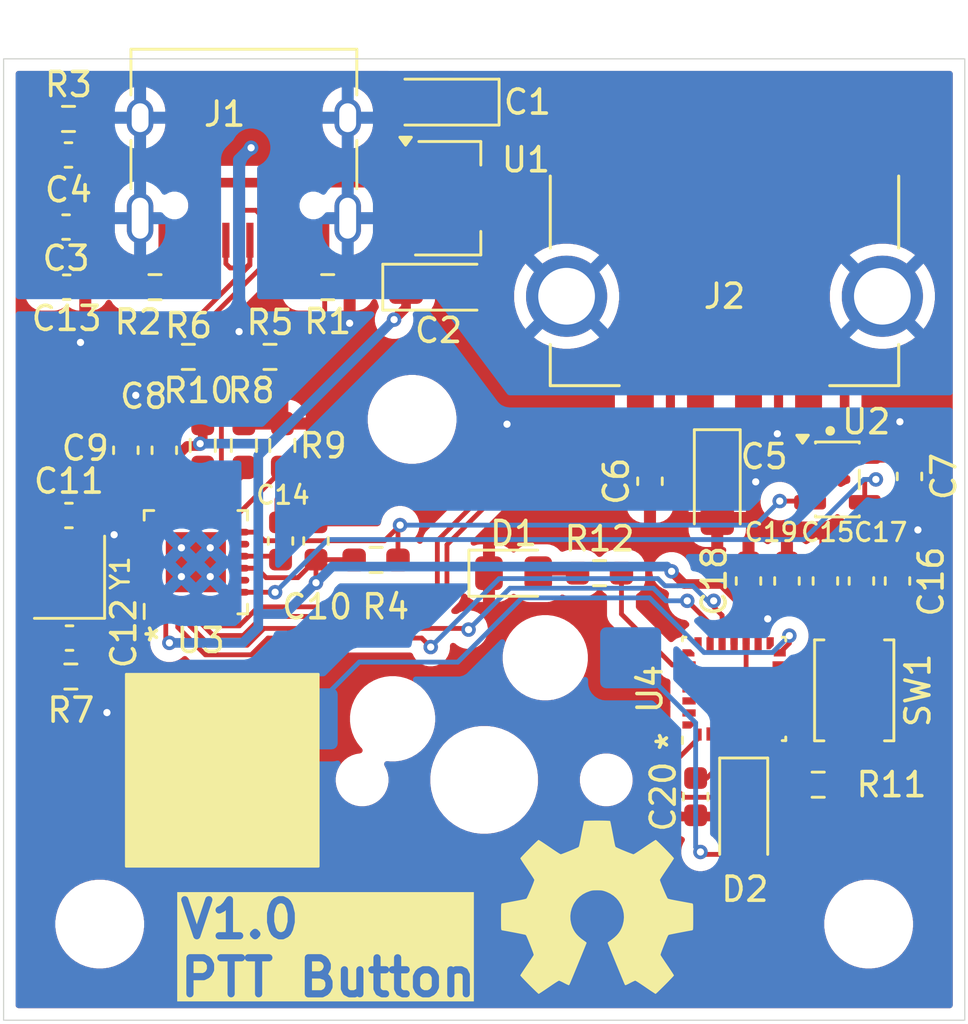
<source format=kicad_pcb>
(kicad_pcb (version 20241229) (generator "pcbnew") (generator_version "9.0")
  (layers (0 "F.Cu" signal) (2 "B.Cu" signal) (13 "F.Paste" user) (15 "B.Paste" user) (5 "F.SilkS" user "F.Silkscreen") (7 "B.SilkS" user "B.Silkscreen") (1 "F.Mask" user) (3 "B.Mask" user) (25 "Edge.Cuts" user))
  (net 0 "")
  (net 1 "GND")
  (net 2 "/USBHub/USB2_OUT")
  (net 3 "+3V3")
  (net 4 "+5V")
  (net 5 "Net-(J1-CC2)")
  (net 6 "GNDPWR")
  (net 7 "Net-(J1-CC1)")
  (net 10 "Net-(D1-A)")
  (net 11 "Net-(D2-A)")
  (net 12 "/Keyboard/ROW0")
  (net 13 "Net-(U3A-XTALOUT*(CLKIN_EN))")
  (net 14 "Net-(U3A-XTALIN{slash}CLKIN)")
  (net 15 "Net-(U3A-CRFILT)")
  (net 16 "/USBHub/USB_OC")
  (net 17 "Net-(U3A-VBUS_DET)")
  (net 18 "Net-(U3A-RBIAS)")
  (net 19 "/Keyboard/LED")
  (net 20 "/Keyboard/COL0")
  (net 21 "Net-(U3A-SMBCLK{slash}CFG_SEL0)")
  (net 22 "Net-(U3A-SMBDATA{slash}NON_REM1)")
  (net 23 "Net-(U3A-SUSP_IND{slash}LOCAL_PWR*NON_REM0)")
  (net 24 "Net-(U4A-PB8-BOOT0)")
  (net 25 "/USBHub/USB_EN")
  (net 33 "Net-(U4A-NRST)")
  (net 49 "/USB_UP_P")
  (net 50 "/USB_UP_N")
  (net 51 "/USBHub/USB_D2_N")
  (net 52 "/USBHub/USB_D2_P")
  (net 53 "/USB_D1_P")
  (net 54 "/USB_D1_N")
  (footprint "Capacitor_SMD:C_0603_1608Metric" (layer "F.Cu") (at 115.7 71.725 90)
    (property "Reference" "C17")
    (property "Value" "0.1uF")
  )
  (footprint "Capacitor_SMD:C_0603_1608Metric" (layer "F.Cu") (at 86.6875 66.2862 90)
    (property "Reference" "C8")
    (property "Value" "0.1uF")
  )
  (footprint "Capacitor_SMD:C_0603_1608Metric" (layer "F.Cu") (at 106.9 67.575 -90)
    (property "Reference" "C6")
    (property "Value" "0.1uF")
  )
  (footprint "Resistor_SMD:R_0603_1608Metric_Pad0.98x0.95mm_HandSolder" (layer "F.Cu") (at 90 66.0862 90)
    (property "Reference" "R8")
    (property "Value" "50k")
  )
  (footprint "Resistor_SMD:R_0603_1608Metric_Pad0.98x0.95mm_HandSolder" (layer "F.Cu") (at 104.8 71.4)
    (property "Reference" "R12")
    (property "Value" "100")
  )
  (footprint "Capacitor_SMD:C_0603_1608Metric" (layer "F.Cu") (at 91.525 70.0612 90)
    (property "Reference" "C14")
    (property "Value" "1.0uF")
  )
  (footprint "Capacitor_SMD:C_0603_1608Metric" (layer "F.Cu") (at 82.6 57)
    (property "Reference" "C3")
    (property "Value" "1.0nF")
  )
  (footprint "MountingHole:MountingHole_3.2mm_M3" (layer "F.Cu") (at 116 86)
    (property "Reference" "REF**" (hide yes))
    (property "Value" "MountingHole_3.2mm_M3" (hide yes))
  )
  (footprint "Capacitor_SMD:C_0603_1608Metric" (layer "F.Cu") (at 93 70.0612 90)
    (property "Reference" "C10")
    (property "Value" "0.1uF")
  )
  (footprint "MountingHole:MountingHole_3.2mm_M3" (layer "F.Cu") (at 84 86)
    (property "Reference" "REF**" (hide yes))
    (property "Value" "MountingHole_3.2mm_M3" (hide yes))
  )
  (footprint "Resistor_SMD:R_0603_1608Metric_Pad0.98x0.95mm_HandSolder" (layer "F.Cu") (at 91.6 66.0862 90)
    (property "Reference" "R9")
    (property "Value" "50k")
  )
  (footprint "Resistor_SMD:R_0603_1608Metric_Pad0.98x0.95mm_HandSolder" (layer "F.Cu") (at 91.0875 62.4)
    (property "Reference" "R5")
    (property "Value" "100k")
  )
  (footprint "library:QFN-28_4x4_Pitch0.5mm" (layer "F.Cu") (at 110.4 76.2157 90)
    (property "Reference" "U4")
    (property "Value" "STM32F042G6U6")
  )
  (footprint "Capacitor_Tantalum_SMD:CP_EIA-3216-18_Kemet-A" (layer "F.Cu") (at 98.1 59.5)
    (property "Reference" "C2")
    (property "Value" "10uF")
  )
  (footprint "Capacitor_Tantalum_SMD:CP_EIA-3216-18_Kemet-A" (layer "F.Cu") (at 98.3 51.8 180)
    (property "Reference" "C1")
    (property "Value" "10uF")
  )
  (footprint "Connector_USB:USB_C_Receptacle_HRO_TYPE-C-31-M-12" (layer "F.Cu") (at 90 53.5 180)
    (property "Reference" "J1")
    (property "Value" "USB_C_Receptacle_USB2.0")
  )
  (footprint "Capacitor_SMD:C_0603_1608Metric" (layer "F.Cu") (at 82.7 54)
    (property "Reference" "C4")
    (property "Value" "0.1nF")
  )
  (footprint "Capacitor_SMD:C_0603_1608Metric" (layer "F.Cu") (at 117.2 71.725 90)
    (property "Reference" "C16")
    (property "Value" "0.1uF")
  )
  (footprint "Resistor_SMD:R_0603_1608Metric_Pad0.98x0.95mm_HandSolder" (layer "F.Cu") (at 88.2875 66.0862 90)
    (property "Reference" "R10")
    (property "Value" "50k")
  )
  (footprint "MountingHole:MountingHole_3.2mm_M3" (layer "F.Cu") (at 97 65)
    (property "Reference" "REF**" (hide yes))
    (property "Value" "MountingHole_3.2mm_M3" (hide yes))
  )
  (footprint "Capacitor_SMD:C_0603_1608Metric" (layer "F.Cu") (at 82.7181 69)
    (property "Reference" "C11")
    (property "Value" "18pF")
  )
  (footprint "LOGO" (layer "F.Cu") (at 104.7 85.3)
    (property "Reference" "G***" (hide yes))
    (property "Value" "LOGO" (hide yes))
  )
  (footprint "Resistor_SMD:R_0603_1608Metric_Pad0.98x0.95mm_HandSolder" (layer "F.Cu") (at 93.4875 59.5 180)
    (property "Reference" "R1")
    (property "Value" "5k1")
  )
  (footprint "Button_Switch_SMD:SW_SPST_TS-1088-xR020" (layer "F.Cu") (at 115.4 76.275 -90)
    (property "Reference" "SW1")
    (property "Value" "BOOT")
  )
  (footprint "Capacitor_SMD:C_0603_1608Metric" (layer "F.Cu") (at 85.0875 66.2862 90)
    (property "Reference" "C9")
    (property "Value" "0.1uF")
  )
  (footprint "Capacitor_SMD:C_0603_1608Metric" (layer "F.Cu") (at 82.7431 74.1 180)
    (property "Reference" "C12")
    (property "Value" "18pF")
  )
  (footprint "Resistor_SMD:R_0603_1608Metric_Pad0.98x0.95mm_HandSolder" (layer "F.Cu") (at 82.8 75.7 180)
    (property "Reference" "R7")
    (property "Value" "12K")
  )
  (footprint "Resistor_SMD:R_0603_1608Metric_Pad0.98x0.95mm_HandSolder" (layer "F.Cu") (at 87.6875 62.4 180)
    (property "Reference" "R6")
    (property "Value" "100k")
  )
  (footprint "Capacitor_SMD:C_0603_1608Metric" (layer "F.Cu") (at 114.2 71.725 90)
    (property "Reference" "C15")
    (property "Value" "4.7uF")
  )
  (footprint "Capacitor_SMD:C_0603_1608Metric" (layer "F.Cu") (at 111 71.725 90)
    (property "Reference" "C18")
    (property "Value" "4.7uF")
  )
  (footprint "Crystal:Crystal_SMD_2520-4Pin_2.5x2.0mm" (layer "F.Cu") (at 82.7431 71.5681 90)
    (property "Reference" "Y1")
    (property "Value" "24MHz")
  )
  (footprint "Capacitor_Tantalum_SMD:CP_EIA-3216-18_Kemet-A" (layer "F.Cu") (at 109.7 67.75 -90)
    (property "Reference" "C5")
    (property "Value" "10uF")
  )
  (footprint "Resistor_SMD:R_0603_1608Metric_Pad0.98x0.95mm_HandSolder" (layer "F.Cu") (at 113.9 80.2)
    (property "Reference" "R11")
    (property "Value" "50k")
  )
  (footprint "Package_TO_SOT_SMD:SOT-89-3" (layer "F.Cu") (at 98.5 55.8)
    (property "Reference" "U1")
    (property "Value" "HT7533-1-SOT89")
  )
  (footprint "library:QFN-24_EP_4x4_Pitch0.5mm" (layer "F.Cu") (at 88 70.9431 90)
    (property "Reference" "U3")
    (property "Value" "USB2422/MJ")
  )
  (footprint "Package_TO_SOT_SMD:SOT-23-5" (layer "F.Cu") (at 114.7 67.5)
    (property "Reference" "U2")
    (property "Value" "TPS2051CDBV")
  )
  (footprint "Resistor_SMD:R_0603_1608Metric_Pad0.98x0.95mm_HandSolder" (layer "F.Cu") (at 82.7 52.5)
    (property "Reference" "R3")
    (property "Value" "330")
  )
  (footprint "library:AMPHENOL_87583-2010BLF" (layer "F.Cu") (at 110 59.8775 180)
    (property "Reference" "J2")
    (property "Value" "USB_A")
  )
  (footprint "LED_SMD:LED_0805_2012Metric_Pad1.15x1.40mm_HandSolder" (layer "F.Cu") (at 101.225 71.4)
    (property "Reference" "D1")
    (property "Value" "LED")
  )
  (footprint "Diode_SMD:D_SOD-123" (layer "F.Cu") (at 110.8 81.45 -90)
    (property "Reference" "D2")
    (property "Value" "1N4148")
  )
  (footprint "Capacitor_SMD:C_0603_1608Metric" (layer "F.Cu") (at 82.625 59.5)
    (property "Reference" "C13")
    (property "Value" "4.7uF")
  )
  (footprint "Capacitor_SMD:C_0603_1608Metric" (layer "F.Cu") (at 112.6 71.725 90)
    (property "Reference" "C19")
    (property "Value" "0.1uF")
  )
  (footprint "Capacitor_SMD:C_0603_1608Metric" (layer "F.Cu") (at 108.8 80.7 -90)
    (property "Reference" "C20")
    (property "Value" "0.1uF")
  )
  (footprint "Resistor_SMD:R_0603_1608Metric_Pad0.98x0.95mm_HandSolder" (layer "F.Cu") (at 95.5 70.85)
    (property "Reference" "R4")
    (property "Value" "50k")
  )
  (footprint "Resistor_SMD:R_0603_1608Metric_Pad0.98x0.95mm_HandSolder" (layer "F.Cu") (at 86.3 59.5)
    (property "Reference" "R2")
    (property "Value" "5k1")
  )
  (footprint "Capacitor_SMD:C_0603_1608Metric" (layer "F.Cu") (at 117.7 67.375 -90)
    (property "Reference" "C7")
    (property "Value" "0.1uF")
  )
  (footprint "acheron:MX100H" (layer "B.Cu") (at 100 80 180)
    (property "Reference" "SW2")
    (property "Value" "SW_Push")
  )
  (gr_rect (start 85.1 75.6) (end 93.1 83.6) (stroke (width 0.1)) (fill yes) (layer "F.SilkS"))
  (gr_rect (start 80 50) (end 120 90) (stroke (width 0.05)) (fill no) (layer "Edge.Cuts"))
  (gr_text "V1.0\nPTT Button\n" (at 87.2 89.1 0) (layer "F.SilkS" knockout) (effects (font (size 1.5 1.5) (thickness 0.3) (bold yes)) (justify left bottom)))
  (segment (start 93.25 58.25) (end 94.4 59.4) (width 0.2) (layer "F.Cu") (net 1))
  (segment (start 86.75 58.05) (end 85.3875 59.4125) (width 0.2) (layer "F.Cu") (net 1))
  (segment (start 83.4931 68.2931) (end 82.5 67.3) (width 0.2) (layer "F.Cu") (net 1))
  (segment (start 84.6 69.8) (end 84.2931 69.8) (width 0.2) (layer "F.Cu") (net 1))
  (segment (start 111.400001 73.699999) (end 111.400001 74.340699) (width 0.2) (layer "F.Cu") (net 1))
  (segment (start 111.8 73.3) (end 111.400001 73.699999) (width 0.2) (layer "F.Cu") (net 1))
  (segment (start 85.3875 59.4125) (end 85.3875 59.5) (width 0.2) (layer "F.Cu") (net 1))
  (segment (start 83.4931 69) (end 83.4931 68.2931) (width 0.2) (layer "F.Cu") (net 1))
  (segment (start 86.75 57.545) (end 86.75 58.05) (width 0.2) (layer "F.Cu") (net 1))
  (segment (start 93.25 57.545) (end 93.25 58.25) (width 0.2) (layer "F.Cu") (net 1))
  (segment (start 83.4431 70.6931) (end 83.7069 70.6931) (width 0.2) (layer "F.Cu") (net 1))
  (segment (start 83.7069 70.6931) (end 84.6 69.8) (width 0.2) (layer "F.Cu") (net 1))
  (segment (start 84.2931 69.8) (end 83.4931 69) (width 0.2) (layer "F.Cu") (net 1))
  (segment (start 111.400001 74.340699) (end 111.4 74.3407) (width 0.2) (layer "F.Cu") (net 1))
  (segment (start 94.4 59.4) (end 94.4 59.5) (width 0.2) (layer "F.Cu") (net 1))
  (via (at 84.3 77.2) (size 0.6) (drill 0.3) (layers "F.Cu" "B.Cu") (net 1))
  (via (at 112.2 65.6) (size 0.6) (drill 0.3) (layers "F.Cu" "B.Cu") (net 1))
  (via (at 111.3 67.6) (size 0.6) (drill 0.3) (layers "F.Cu" "B.Cu") (net 1))
  (via (at 89.8 61.35) (size 0.6) (drill 0.3) (layers "F.Cu" "B.Cu") (net 1))
  (via (at 100.95 65.2) (size 0.6) (drill 0.3) (layers "F.Cu" "B.Cu") (net 1))
  (via (at 84.6 69.8) (size 0.6) (drill 0.3) (layers "F.Cu" "B.Cu") (net 1))
  (via (at 83.2 61.8) (size 0.6) (drill 0.3) (layers "F.Cu" "B.Cu") (net 1))
  (via (at 85.5 64) (size 0.6) (drill 0.3) (layers "F.Cu" "B.Cu") (net 1))
  (via (at 94.4 61) (size 0.6) (drill 0.3) (layers "F.Cu" "B.Cu") (net 1))
  (via (at 117.3 65.1) (size 0.6) (drill 0.3) (layers "F.Cu" "B.Cu") (net 1))
  (via (at 118.05 69.6) (size 0.6) (drill 0.3) (layers "F.Cu" "B.Cu") (net 1))
  (via (at 111.8 73.3) (size 0.6) (drill 0.3) (layers "F.Cu" "B.Cu") (net 1))
  (via (at 90.3 53.7) (size 0.6) (drill 0.3) (layers "F.Cu" "B.Cu") (net 1))
  (segment (start 90.3 53.7) (end 89.8 54.2) (width 0.5) (layer "B.Cu") (net 1))
  (segment (start 89.8 54.2) (end 89.8 61.35) (width 0.5) (layer "B.Cu") (net 1))
  (segment (start 109.7 66.3975) (end 109.9025 66.6) (width 0.4) (layer "F.Cu") (net 2))
  (segment (start 109.9025 66.6) (end 113.5125 66.6) (width 0.4) (layer "F.Cu") (net 2))
  (segment (start 113.5625 63.52) (end 113.5 63.4575) (width 0.4) (layer "F.Cu") (net 2))
  (segment (start 113.5625 66.55) (end 113.5625 63.52) (width 0.4) (layer "F.Cu") (net 2))
  (segment (start 113.5125 66.6) (end 113.5625 66.55) (width 0.4) (layer "F.Cu") (net 2))
  (segment (start 109.2975 66.8) (end 109.7 66.3975) (width 0.4) (layer "F.Cu") (net 2))
  (segment (start 106.9 66.8) (end 109.2975 66.8) (width 0.4) (layer "F.Cu") (net 2))
  (segment (start 112.6 72.5) (end 111 72.5) (width 0.4) (layer "F.Cu") (net 3))
  (segment (start 87.6385 66.1102) (end 88.078718 66.1102) (width 0.4) (layer "F.Cu") (net 3))
  (segment (start 110.4 74.3407) (end 110.4 73.1) (width 0.3) (layer "F.Cu") (net 3))
  (segment (start 88.2875 65.4612) (end 88.2875 65.1737) (width 0.4) (layer "F.Cu") (net 3))
  (segment (start 88.177718 66.0112) (end 88.2875 65.901418) (width 0.4) (layer "F.Cu") (net 3))
  (segment (start 110.4 73.1) (end 111 72.5) (width 0.3) (layer "F.Cu") (net 3))
  (segment (start 115.7 72.5) (end 115.7 73.75) (width 0.4) (layer "F.Cu") (net 3))
  (segment (start 117.2 72.5) (end 115.7 72.5) (width 0.4) (layer "F.Cu") (net 3))
  (segment (start 110.9 78.0907) (end 110.899999 78.090699) (width 0.2) (layer "F.Cu") (net 3))
  (segment (start 86.75 74.15) (end 86.9 74.3) (width 0.2) (layer "F.Cu") (net 3))
  (segment (start 108.325735 71.85) (end 109.9 71.85) (width 0.4) (layer "F.Cu") (net 3))
  (segment (start 88.2875 65.901418) (end 88.2875 65.4612) (width 0.4) (layer "F.Cu") (net 3))
  (segment (start 96.7475 59.5) (end 96.7475 57.4975) (width 0.4) (layer "F.Cu") (net 3))
  (segment (start 90.92589 71.5872) (end 92.249 71.5872) (width 0.2) (layer "F.Cu") (net 3))
  (segment (start 96.7475 59.5) (end 96.7475 60.3525) (width 0.4) (layer "F.Cu") (net 3))
  (segment (start 109.9 71.85) (end 110.55 72.5) (width 0.4) (layer "F.Cu") (net 3))
  (segment (start 96.7475 57.4975) (end 96.55 57.3) (width 0.4) (layer "F.Cu") (net 3))
  (segment (start 110.899999 74.340701) (end 110.9 74.3407) (width 0.2) (layer "F.Cu") (net 3))
  (segment (start 88.078718 66.1102) (end 88.2875 65.901418) (width 0.4) (layer "F.Cu") (net 3))
  (segment (start 85.0875 67.0612) (end 86.6875 67.0612) (width 0.4) (layer "F.Cu") (net 3))
  (segment (start 114.2 72.5) (end 112.6 72.5) (width 0.4) (layer "F.Cu") (net 3))
  (segment (start 89.875 71.1931) (end 90.53179 71.1931) (width 0.2) (layer "F.Cu") (net 3))
  (segment (start 110.899999 72.600001) (end 111 72.5) (width 0.3) (layer "F.Cu") (net 3))
  (segment (start 111 72.5) (end 110.871601 72.628399) (width 0.4) (layer "F.Cu") (net 3))
  (segment (start 115.7 73.75) (end 115.4 74.05) (width 0.4) (layer "F.Cu") (net 3))
  (segment (start 86.75 72.8181) (end 86.75 74.15) (width 0.2) (layer "F.Cu") (net 3))
  (segment (start 96.7475 60.3525) (end 96.25 60.85) (width 0.4) (layer "F.Cu") (net 3))
  (segment (start 110.55 72.5) (end 111 72.5) (width 0.4) (layer "F.Cu") (net 3))
  (segment (start 86.6875 67.0612) (end 87.6385 66.1102) (width 0.4) (layer "F.Cu") (net 3))
  (segment (start 110.899999 78.090699) (end 110.899999 74.340701) (width 0.2) (layer "F.Cu") (net 3))
  (segment (start 107.8 71.324265) (end 108.325735 71.85) (width 0.4) (layer "F.Cu") (net 3))
  (segment (start 110.899999 74.340699) (end 110.899999 72.600001) (width 0.3) (layer "F.Cu") (net 3))
  (segment (start 86.75 67.1237) (end 86.6875 67.0612) (width 0.3) (layer "F.Cu") (net 3))
  (segment (start 86.75 69.0681) (end 86.75 67.1237) (width 0.3) (layer "F.Cu") (net 3))
  (segment (start 115.7 72.5) (end 114.2 72.5) (width 0.4) (layer "F.Cu") (net 3))
  (segment (start 93 70.8362) (end 94.5737 70.8362) (width 0.2) (layer "F.Cu") (net 3))
  (segment (start 90.53179 71.1931) (end 90.92589 71.5872) (width 0.2) (layer "F.Cu") (net 3))
  (segment (start 92.249 71.5872) (end 93 70.8362) (width 0.2) (layer "F.Cu") (net 3))
  (segment (start 110.9 74.3407) (end 110.899999 74.340699) (width 0.3) (layer "F.Cu") (net 3))
  (segment (start 93 71.8) (end 93 70.8362) (width 0.2) (layer "F.Cu") (net 3))
  (segment (start 94.5737 70.8362) (end 94.5875 70.85) (width 0.2) (layer "F.Cu") (net 3))
  (via (at 88.177718 66.0112) (size 0.6) (drill 0.3) (layers "F.Cu" "B.Cu") (net 3))
  (via (at 96.25 60.85) (size 0.6) (drill 0.3) (layers "F.Cu" "B.Cu") (net 3))
  (via (at 93 71.8) (size 0.6) (drill 0.3) (layers "F.Cu" "B.Cu") (net 3))
  (via (at 107.8 71.324265) (size 0.6) (drill 0.3) (layers "F.Cu" "B.Cu") (net 3))
  (via (at 86.9 74.3) (size 0.6) (drill 0.3) (layers "F.Cu" "B.Cu") (net 3))
  (segment (start 91.95 65.15) (end 90.599 66.501) (width 0.4) (layer "B.Cu") (net 3))
  (segment (start 93.675359 71.124641) (end 93 71.8) (width 0.4) (layer "B.Cu") (net 3))
  (segment (start 91.95 65.15) (end 96.25 60.85) (width 0.4) (layer "B.Cu") (net 3))
  (segment (start 89.95 74.3) (end 86.9 74.3) (width 0.4) (layer "B.Cu") (net 3))
  (segment (start 107.600376 71.124641) (end 93.675359 71.124641) (width 0.4) (layer "B.Cu") (net 3))
  (segment (start 107.8 71.324265) (end 107.600376 71.124641) (width 0.4) (layer "B.Cu") (net 3))
  (segment (start 91.0888 66.0112) (end 91.95 65.15) (width 0.4) (layer "B.Cu") (net 3))
  (segment (start 90.599 73.651) (end 89.95 74.3) (width 0.4) (layer "B.Cu") (net 3))
  (segment (start 88.177718 66.0112) (end 91.0888 66.0112) (width 0.4) (layer "B.Cu") (net 3))
  (segment (start 90.599 73.101) (end 90.599 73.651) (width 0.4) (layer "B.Cu") (net 3))
  (segment (start 91.699 73.101) (end 90.599 73.101) (width 0.4) (layer "B.Cu") (net 3))
  (segment (start 93 71.8) (end 91.699 73.101) (width 0.4) (layer "B.Cu") (net 3))
  (segment (start 90.599 66.501) (end 90.599 73.101) (width 0.4) (layer "B.Cu") (net 3))
  (segment (start 95.9 55.8) (end 96.6375 55.8) (width 0.4) (layer "F.Cu") (net 4))
  (segment (start 92.45 57.545) (end 92.45 56.75743) (width 0.4) (layer "F.Cu") (net 4))
  (segment (start 115 65.7125) (end 115 62.1555) (width 0.4) (layer "F.Cu") (net 4))
  (segment (start 81.85 59.5) (end 81.85 57.025) (width 0.4) (layer "F.Cu") (net 4))
  (segment (start 87.886 55.286) (end 87.751 55.151) (width 0.4) (layer "F.Cu") (net 4))
  (segment (start 92.45 57.545) (end 92.45 58.372) (width 0.2) (layer "F.Cu") (net 4))
  (segment (start 115.8875 66.6) (end 115.8375 66.55) (width 0.4) (layer "F.Cu") (net 4))
  (segment (start 81.825 57) (end 81.841532 57) (width 0.4) (layer "F.Cu") (net 4))
  (segment (start 108.7445 55.9) (end 96.7375 55.9) (width 0.4) (layer "F.Cu") (net 4))
  (segment (start 87.1 54.5) (end 87.751 55.151) (width 0.4) (layer "F.Cu") (net 4))
  (segment (start 87.886 56.42143) (end 87.886 55.286) (width 0.4) (layer "F.Cu") (net 4))
  (segment (start 95.251 55.151) (end 95.9 55.8) (width 0.4) (layer "F.Cu") (net 4))
  (segment (start 87.55 56.75743) (end 87.886 56.42143) (width 0.4) (layer "F.Cu") (net 4))
  (segment (start 92.802 58.724) (end 93.054634 58.724) (width 0.2) (layer "F.Cu") (net 4))
  (segment (start 87.751 55.151) (end 91.7 55.151) (width 0.4) (layer "F.Cu") (net 4))
  (segment (start 91.7 55.151) (end 95.251 55.151) (width 0.4) (layer "F.Cu") (net 4))
  (segment (start 81.841532 57) (end 84.326 54.515532) (width 0.4) (layer "F.Cu") (net 4))
  (segment (start 115 62.1555) (end 108.7445 55.9) (width 0.4) (layer "F.Cu") (net 4))
  (segment (start 84.326 54.515532) (end 84.326 54.5) (width 0.4) (layer "F.Cu") (net 4))
  (segment (start 93.3635 59.032866) (end 93.3635 61.0365) (width 0.2) (layer "F.Cu") (net 4))
  (segment (start 96.6375 55.8) (end 98.7 55.8) (width 0.4) (layer "F.Cu") (net 4))
  (segment (start 98.7 55.8) (end 99.6525 54.8475) (width 0.4) (layer "F.Cu") (net 4))
  (segment (start 96.7375 55.9) (end 96.6375 55.8) (width 0.4) (layer "F.Cu") (net 4))
  (segment (start 87.55 57.545) (end 87.55 56.75743) (width 0.4) (layer "F.Cu") (net 4))
  (segment (start 93.054634 58.724) (end 93.3635 59.032866) (width 0.2) (layer "F.Cu") (net 4))
  (segment (start 117.7 66.6) (end 115.8875 66.6) (width 0.4) (layer "F.Cu") (net 4))
  (segment (start 84.326 54.5) (end 87.1 54.5) (width 0.4) (layer "F.Cu") (net 4))
  (segment (start 92.45 58.372) (end 92.802 58.724) (width 0.2) (layer "F.Cu") (net 4))
  (segment (start 115.8375 66.55) (end 115 65.7125) (width 0.4) (layer "F.Cu") (net 4))
  (segment (start 99.6525 54.8475) (end 99.6525 51.8) (width 0.4) (layer "F.Cu") (net 4))
  (segment (start 81.85 57.025) (end 81.825 57) (width 0.4) (layer "F.Cu") (net 4))
  (segment (start 92.45 56.75743) (end 91.7 56.00743) (width 0.4) (layer "F.Cu") (net 4))
  (segment (start 91.7 56.00743) (end 91.7 55.151) (width 0.4) (layer "F.Cu") (net 4))
  (segment (start 93.3635 61.0365) (end 92 62.4) (width 0.2) (layer "F.Cu") (net 4))
  (segment (start 87.2125 59.5) (end 88.25 58.4625) (width 0.2) (layer "F.Cu") (net 5))
  (segment (start 88.25 58.4625) (end 88.25 57.545) (width 0.2) (layer "F.Cu") (net 5))
  (segment (start 83.6625 52.45) (end 83.6125 52.5) (width 0.2) (layer "F.Cu") (net 6))
  (segment (start 85.68 52.45) (end 83.6625 52.45) (width 0.2) (layer "F.Cu") (net 6))
  (segment (start 83.6125 53.8625) (end 83.475 54) (width 0.2) (layer "F.Cu") (net 6))
  (segment (start 83.6125 52.5) (end 83.6125 53.8625) (width 0.2) (layer "F.Cu") (net 6))
  (segment (start 92.228 59.5) (end 92.575 59.5) (width 0.2) (layer "F.Cu") (net 7))
  (segment (start 91.25 58.522) (end 92.228 59.5) (width 0.2) (layer "F.Cu") (net 7))
  (segment (start 91.25 57.545) (end 91.25 58.522) (width 0.2) (layer "F.Cu") (net 7))
  (segment (start 102.25 71.4) (end 103.8875 71.4) (width 0.2) (layer "F.Cu") (net 10))
  (segment (start 109 83) (end 109.1 83.1) (width 0.2) (layer "F.Cu") (net 11))
  (segment (start 109.1 83.1) (end 110.8 83.1) (width 0.2) (layer "F.Cu") (net 11))
  (via (at 109 83) (size 0.6) (drill 0.3) (layers "F.Cu" "B.Cu") (net 11))
  (segment (start 108.8 77.624) (end 106.096 74.92) (width 0.2) (layer "B.Cu") (net 11))
  (segment (start 108.8 82.8) (end 108.8 77.624) (width 0.2) (layer "B.Cu") (net 11))
  (segment (start 109 83) (end 108.8 82.8) (width 0.2) (layer "B.Cu") (net 11))
  (segment (start 111.400001 79.199999) (end 111.400001 78.090701) (width 0.2) (layer "F.Cu") (net 12))
  (segment (start 110.8 79.8) (end 111.400001 79.199999) (width 0.2) (layer "F.Cu") (net 12))
  (segment (start 111.400001 78.090701) (end 111.4 78.0907) (width 0.2) (layer "F.Cu") (net 12))
  (segment (start 82.0431 69.1) (end 81.9431 69) (width 0.2) (layer "F.Cu") (net 13))
  (segment (start 86.125 70.6931) (end 85.4069 70.6931) (width 0.2) (layer "F.Cu") (net 13))
  (segment (start 82.0431 70.6931) (end 82.0431 69.1) (width 0.2) (layer "F.Cu") (net 13))
  (segment (start 82.9181 71.5681) (end 82.0431 70.6931) (width 0.2) (layer "F.Cu") (net 13))
  (segment (start 85.4069 70.6931) (end 84.5319 71.5681) (width 0.2) (layer "F.Cu") (net 13))
  (segment (start 84.5319 71.5681) (end 82.9181 71.5681) (width 0.2) (layer "F.Cu") (net 13))
  (segment (start 83.4431 72.4431) (end 83.4431 74.025) (width 0.2) (layer "F.Cu") (net 14))
  (segment (start 83.4431 74.025) (end 83.5181 74.1) (width 0.2) (layer "F.Cu") (net 14))
  (segment (start 83.4431 72.4431) (end 84.2569 72.4431) (width 0.2) (layer "F.Cu") (net 14))
  (segment (start 85.5069 71.1931) (end 86.125 71.1931) (width 0.2) (layer "F.Cu") (net 14))
  (segment (start 84.2569 72.4431) (end 85.5069 71.1931) (width 0.2) (layer "F.Cu") (net 14))
  (segment (start 89.875 70.6931) (end 91.3819 70.6931) (width 0.2) (layer "F.Cu") (net 15))
  (segment (start 91.3819 70.6931) (end 91.525 70.8362) (width 0.2) (layer "F.Cu") (net 15))
  (segment (start 90.4931 69.6931) (end 89.875 69.6931) (width 0.2) (layer "F.Cu") (net 16))
  (segment (start 113.5125 68.4) (end 113.5625 68.45) (width 0.2) (layer "F.Cu") (net 16))
  (segment (start 96.5 69.401) (end 95.851 70.05) (width 0.2) (layer "F.Cu") (net 16))
  (segment (start 95.851 70.05) (end 90.85 70.05) (width 0.2) (layer "F.Cu") (net 16))
  (segment (start 90.85 70.05) (end 90.4931 69.6931) (width 0.2) (layer "F.Cu") (net 16))
  (segment (start 96.4125 69.4885) (end 96.5 69.401) (width 0.2) (layer "F.Cu") (net 16))
  (segment (start 96.4125 70.85) (end 96.4125 69.4885) (width 0.2) (layer "F.Cu") (net 16))
  (segment (start 112.3 68.4) (end 113.5125 68.4) (width 0.2) (layer "F.Cu") (net 16))
  (via (at 112.3 68.4) (size 0.6) (drill 0.3) (layers "F.Cu" "B.Cu") (net 16))
  (via (at 96.5 69.401) (size 0.6) (drill 0.3) (layers "F.Cu" "B.Cu") (net 16))
  (segment (start 111.299 69.401) (end 112.3 68.4) (width 0.2) (layer "B.Cu") (net 16))
  (segment (start 96.5 69.401) (end 111.299 69.401) (width 0.2) (layer "B.Cu") (net 16))
  (segment (start 87.746 69.0641) (end 87.746 68.4633) (width 0.2) (layer "F.Cu") (net 17))
  (segment (start 88.4221 67.7872) (end 88.754634 67.7872) (width 0.2) (layer "F.Cu") (net 17))
  (segment (start 89.0635 62.8635) (end 88.6 62.4) (width 0.2) (layer "F.Cu") (net 17))
  (segment (start 88.754634 67.7872) (end 89.0635 67.478334) (width 0.2) (layer "F.Cu") (net 17))
  (segment (start 88.6 62.4) (end 90.175 62.4) (width 0.2) (layer "F.Cu") (net 17))
  (segment (start 87.746 68.4633) (end 88.4221 67.7872) (width 0.2) (layer "F.Cu") (net 17))
  (segment (start 87.75 69.0681) (end 87.746 69.0641) (width 0.2) (layer "F.Cu") (net 17))
  (segment (start 89.0635 67.478334) (end 89.0635 62.8635) (width 0.2) (layer "F.Cu") (net 17))
  (segment (start 86.125 72.1931) (end 85.6069 72.1931) (width 0.2) (layer "F.Cu") (net 18))
  (segment (start 84.8 73) (end 84.8 74.6125) (width 0.2) (layer "F.Cu") (net 18))
  (segment (start 84.8 74.6125) (end 83.7125 75.7) (width 0.2) (layer "F.Cu") (net 18))
  (segment (start 85.6069 72.1931) (end 84.8 73) (width 0.2) (layer "F.Cu") (net 18))
  (segment (start 108.525 75.2157) (end 108.524999 75.215699) (width 0.2) (layer "F.Cu") (net 19))
  (segment (start 107.8259 75.215699) (end 105.7125 73.102299) (width 0.2) (layer "F.Cu") (net 19))
  (segment (start 105.7125 73.102299) (end 105.7125 71.4) (width 0.2) (layer "F.Cu") (net 19))
  (segment (start 108.524999 75.215699) (end 107.8259 75.215699) (width 0.2) (layer "F.Cu") (net 19))
  (segment (start 112.7 74.3157) (end 112.3 74.7157) (width 0.2) (layer "F.Cu") (net 20))
  (segment (start 112.7 74) (end 112.7 74.3157) (width 0.2) (layer "F.Cu") (net 20))
  (via (at 112.7 74) (size 0.6) (drill 0.3) (layers "F.Cu" "B.Cu") (net 20))
  (segment (start 92.634 77.266) (end 92.634 77.46) (width 0.2) (layer "B.Cu") (net 20))
  (segment (start 109.15 74.7) (end 106.877641 72.427641) (width 0.2) (layer "B.Cu") (net 20))
  (segment (start 112 74.7) (end 109.15 74.7) (width 0.2) (layer "B.Cu") (net 20))
  (segment (start 94.8 75.1) (end 92.634 77.266) (width 0.2) (layer "B.Cu") (net 20))
  (segment (start 112.7 74) (end 112 74.7) (width 0.2) (layer "B.Cu") (net 20))
  (segment (start 101.572359 72.427641) (end 98.9 75.1) (width 0.2) (layer "B.Cu") (net 20))
  (segment (start 98.9 75.1) (end 94.8 75.1) (width 0.2) (layer "B.Cu") (net 20))
  (segment (start 106.877641 72.427641) (end 101.572359 72.427641) (width 0.2) (layer "B.Cu") (net 20))
  (segment (start 90 67.3) (end 90 66.9987) (width 0.2) (layer "F.Cu") (net 21))
  (segment (start 88.75 69.0681) (end 88.75 68.55) (width 0.2) (layer "F.Cu") (net 21))
  (segment (start 88.75 68.55) (end 90 67.3) (width 0.2) (layer "F.Cu") (net 21))
  (segment (start 89.6319 69.0681) (end 91.6 67.1) (width 0.2) (layer "F.Cu") (net 22))
  (segment (start 89.25 69.0681) (end 89.6319 69.0681) (width 0.2) (layer "F.Cu") (net 22))
  (segment (start 91.6 67.1) (end 91.6 66.9987) (width 0.2) (layer "F.Cu") (net 22))
  (segment (start 88.2875 67.0125) (end 88.2875 66.9987) (width 0.2) (layer "F.Cu") (net 23))
  (segment (start 87.25 68.05) (end 88.2875 67.0125) (width 0.2) (layer "F.Cu") (net 23))
  (segment (start 87.25 69.0681) (end 87.25 68.05) (width 0.2) (layer "F.Cu") (net 23))
  (segment (start 114.6875 78.5) (end 115.4 78.5) (width 0.2) (layer "F.Cu") (net 24))
  (segment (start 108.024 79.1594) (end 108.024 80.42211) (width 0.2) (layer "F.Cu") (net 24))
  (segment (start 108.32589 80.724) (end 112.4635 80.724) (width 0.2) (layer "F.Cu") (net 24))
  (segment (start 108.024 80.42211) (end 108.32589 80.724) (width 0.2) (layer "F.Cu") (net 24))
  (segment (start 112.4635 80.724) (end 114.6875 78.5) (width 0.2) (layer "F.Cu") (net 24))
  (segment (start 108.9 78.2834) (end 108.024 79.1594) (width 0.2) (layer "F.Cu") (net 24))
  (segment (start 108.9 78.1157) (end 108.9 78.2834) (width 0.2) (layer "F.Cu") (net 24))
  (segment (start 115.875 67.5) (end 115.8375 67.5375) (width 0.2) (layer "F.Cu") (net 25))
  (segment (start 89.9231 72.1931) (end 89.9431 72.2131) (width 0.2) (layer "F.Cu") (net 25))
  (segment (start 89.875 72.1931) (end 89.9231 72.1931) (width 0.2) (layer "F.Cu") (net 25))
  (segment (start 115.8375 67.5375) (end 115.8375 68.45) (width 0.2) (layer "F.Cu") (net 25))
  (segment (start 91.299 72.1931) (end 89.875 72.1931) (width 0.2) (layer "F.Cu") (net 25))
  (segment (start 116.3 67.5) (end 115.875 67.5) (width 0.2) (layer "F.Cu") (net 25))
  (via (at 91.299 72.1931) (size 0.6) (drill 0.3) (layers "F.Cu" "B.Cu") (net 25))
  (via (at 116.3 67.5) (size 0.6) (drill 0.3) (layers "F.Cu" "B.Cu") (net 25))
  (segment (start 93.499 70.001) (end 113.299 70.001) (width 0.2) (layer "B.Cu") (net 25))
  (segment (start 91.299 72.1931) (end 91.3069 72.1931) (width 0.2) (layer "B.Cu") (net 25))
  (segment (start 115.8 67.5) (end 116.3 67.5) (width 0.2) (layer "B.Cu") (net 25))
  (segment (start 91.3069 72.1931) (end 93.499 70.001) (width 0.2) (layer "B.Cu") (net 25))
  (segment (start 113.299 70.001) (end 115.8 67.5) (width 0.2) (layer "B.Cu") (net 25))
  (segment (start 110.4 78.7898) (end 109.2648 79.925) (width 0.2) (layer "F.Cu") (net 33))
  (segment (start 110.4 78.0907) (end 110.4 78.7898) (width 0.2) (layer "F.Cu") (net 33))
  (segment (start 109.2648 79.925) (end 108.8 79.925) (width 0.2) (layer "F.Cu") (net 33))
  (segment (start 87.9329 60.9) (end 85.35 60.9) (width 0.2) (layer "F.Cu") (net 49))
  (segment (start 90.25 57.545) (end 90.25 58.522) (width 0.2) (layer "F.Cu") (net 49))
  (segment (start 85.35 60.9) (end 83.799 62.451) (width 0.2) (layer "F.Cu") (net 49))
  (segment (start 85.6931 70.1931) (end 86.125 70.1931) (width 0.2) (layer "F.Cu") (net 49))
  (segment (start 83.799 62.451) (end 83.799 67.5661) (width 0.2) (layer "F.Cu") (net 49))
  (segment (start 90.25 58.5829) (end 87.9329 60.9) (width 0.2) (layer "F.Cu") (net 49))
  (segment (start 85.3495 69.1166) (end 85.3495 69.8495) (width 0.2) (layer "F.Cu") (net 49))
  (segment (start 85.3495 69.8495) (end 85.6931 70.1931) (width 0.2) (layer "F.Cu") (net 49))
  (segment (start 89.25 58.522) (end 89.25 57.545) (width 0.2) (layer "F.Cu") (net 49))
  (segment (start 86.125 70.1931) (end 86.113 70.1811) (width 0.2) (layer "F.Cu") (net 49))
  (segment (start 83.799 67.5661) (end 85.3495 69.1166) (width 0.2) (layer "F.Cu") (net 49))
  (segment (start 86.113 70.1811) (end 86.0569 70.1811) (width 0.2) (layer "F.Cu") (net 49))
  (segment (start 90.25 57.545) (end 90.25 58.5829) (width 0.2) (layer "F.Cu") (net 49))
  (segment (start 90.072 58.7) (end 89.428 58.7) (width 0.2) (layer "F.Cu") (net 49))
  (segment (start 89.428 58.7) (end 89.25 58.522) (width 0.2) (layer "F.Cu") (net 49))
  (segment (start 90.25 58.522) (end 90.072 58.7) (width 0.2) (layer "F.Cu") (net 49))
  (segment (start 86.125 69.6931) (end 86.125 69.325) (width 0.2) (layer "F.Cu") (net 50))
  (segment (start 90.75 56.55) (end 90.5 56.3) (width 0.2) (layer "F.Cu") (net 50))
  (segment (start 90.75 57.545) (end 90.75 56.55) (width 0.2) (layer "F.Cu") (net 50))
  (segment (start 88.099 61.301) (end 90.75 58.65) (width 0.2) (layer "F.Cu") (net 50))
  (segment (start 85.5161 61.301) (end 88.099 61.301) (width 0.2) (layer "F.Cu") (net 50))
  (segment (start 90.5 56.3) (end 90.018 56.3) (width 0.2) (layer "F.Cu") (net 50))
  (segment (start 90.018 56.3) (end 89.75 56.568) (width 0.2) (layer "F.Cu") (net 50))
  (segment (start 84.2 62.6171) (end 85.5161 61.301) (width 0.2) (layer "F.Cu") (net 50))
  (segment (start 90.75 58.65) (end 90.75 57.545) (width 0.2) (layer "F.Cu") (net 50))
  (segment (start 89.75 56.568) (end 89.75 57.545) (width 0.2) (layer "F.Cu") (net 50))
  (segment (start 84.2 67.4) (end 84.2 62.6171) (width 0.2) (layer "F.Cu") (net 50))
  (segment (start 86.125 69.325) (end 84.2 67.4) (width 0.2) (layer "F.Cu") (net 50))
  (segment (start 97.499 73.201) (end 98.451 72.249) (width 0.2) (layer "F.Cu") (net 51))
  (segment (start 89.9725 73.9946) (end 90.7661 73.201) (width 0.2) (layer "F.Cu") (net 51))
  (segment (start 108.2661 65.701) (end 108.2671 65.7) (width 0.2) (layer "F.Cu") (net 51))
  (segment (start 88.254 72.8862) (end 88.25 72.8902) (width 0.2) (layer "F.Cu") (net 51))
  (segment (start 88.25 72.8902) (end 88.25 73.5171) (width 0.2) (layer "F.Cu") (net 51))
  (segment (start 88.25 73.5171) (end 88.7275 73.9946) (width 0.2) (layer "F.Cu") (net 51))
  (segment (start 110.575 65.325) (end 111 64.9) (width 0.2) (layer "F.Cu") (net 51))
  (segment (start 111 64.9) (end 111 63.4575) (width 0.2) (layer "F.Cu") (net 51))
  (segment (start 108.675 65.325) (end 110.575 65.325) (width 0.2) (layer "F.Cu") (net 51))
  (segment (start 108.2671 65.7) (end 108.3 65.7) (width 0.2) (layer "F.Cu") (net 51))
  (segment (start 102.9661 65.701) (end 108.2661 65.701) (width 0.2) (layer "F.Cu") (net 51))
  (segment (start 88.7275 73.9946) (end 89.9725 73.9946) (width 0.2) (layer "F.Cu") (net 51))
  (segment (start 98.451 72.249) (end 98.451 70.2161) (width 0.2) (layer "F.Cu") (net 51))
  (segment (start 90.7661 73.201) (end 97.499 73.201) (width 0.2) (layer "F.Cu") (net 51))
  (segment (start 98.451 70.2161) (end 102.9661 65.701) (width 0.2) (layer "F.Cu") (net 51))
  (segment (start 108.3 65.7) (end 108.675 65.325) (width 0.2) (layer "F.Cu") (net 51))
  (segment (start 97.3329 72.8) (end 90.6 72.8) (width 0.2) (layer "F.Cu") (net 52))
  (segment (start 102.8 65.3) (end 98.05 70.05) (width 0.2) (layer "F.Cu") (net 52))
  (segment (start 98.05 70.05) (end 98.05 72.0829) (width 0.2) (layer "F.Cu") (net 52))
  (segment (start 88.75 73.45) (end 88.75 72.8181) (width 0.2) (layer "F.Cu") (net 52))
  (segment (start 98.05 72.0829) (end 97.3329 72.8) (width 0.2) (layer "F.Cu") (net 52))
  (segment (start 90.6 72.8) (end 89.8064 73.5936) (width 0.2) (layer "F.Cu") (net 52))
  (segment (start 89.8064 73.5936) (end 88.8936 73.5936) (width 0.2) (layer "F.Cu") (net 52))
  (segment (start 88.8936 73.5936) (end 88.75 73.45) (width 0.2) (layer "F.Cu") (net 52))
  (segment (start 108.1 65.3) (end 102.8 65.3) (width 0.2) (layer "F.Cu") (net 52))
  (segment (start 109 64.4) (end 108.1 65.3) (width 0.2) (layer "F.Cu") (net 52))
  (segment (start 109 63.4575) (end 109 64.4) (width 0.2) (layer "F.Cu") (net 52))
  (segment (start 108.451524 72.55) (end 108.45294 72.55) (width 0.2) (layer "F.Cu") (net 53))
  (segment (start 109.399999 74.340699) (end 109.4 74.3407) (width 0.2) (layer "F.Cu") (net 53))
  (segment (start 90.1386 74.3956) (end 88.5614 74.3956) (width 0.2) (layer "F.Cu") (net 53))
  (segment (start 87.75 72.8902) (end 87.746 72.8862) (width 0.2) (layer "F.Cu") (net 53))
  (segment (start 99.34903 73.74803) (end 99.3 73.699) (width 0.2) (layer "F.Cu") (net 53))
  (segment (start 108.45294 72.55) (end 109.399999 73.497059) (width 0.2) (layer "F.Cu") (net 53))
  (segment (start 88.5614 74.3956) (end 87.75 73.5842) (width 0.2) (layer "F.Cu") (net 53))
  (segment (start 99.3 73.699) (end 90.8352 73.699) (width 0.2) (layer "F.Cu") (net 53))
  (segment (start 90.8352 73.699) (end 90.1386 74.3956) (width 0.2) (layer "F.Cu") (net 53))
  (segment (start 109.399999 73.497059) (end 109.399999 74.340699) (width 0.2) (layer "F.Cu") (net 53))
  (segment (start 87.75 73.5842) (end 87.75 72.8902) (width 0.2) (layer "F.Cu") (net 53))
  (via (at 108.451524 72.55) (size 0.6) (drill 0.3) (layers "F.Cu" "B.Cu") (net 53))
  (via (at 99.34903 73.74803) (size 0.6) (drill 0.3) (layers "F.Cu" "B.Cu") (net 53))
  (segment (start 108.451524 72.548584) (end 108.428205 72.525265) (width 0.2) (layer "B.Cu") (net 53))
  (segment (start 108.402057 72.55) (end 107.5671 72.55) (width 0.2) (layer "B.Cu") (net 53))
  (segment (start 108.426792 72.525265) (end 108.402057 72.55) (width 0.2) (layer "B.Cu") (net 53))
  (segment (start 107.5671 72.55) (end 107.043741 72.026641) (width 0.2) (layer "B.Cu") (net 53))
  (segment (start 108.428205 72.525265) (end 108.426792 72.525265) (width 0.2) (layer "B.Cu") (net 53))
  (segment (start 108.451524 72.55) (end 108.451524 72.548584) (width 0.2) (layer "B.Cu") (net 53))
  (segment (start 107.043741 72.026641) (end 101.070419 72.026641) (width 0.2) (layer "B.Cu") (net 53))
  (segment (start 101.070419 72.026641) (end 99.34903 73.74803) (width 0.2) (layer "B.Cu") (net 53))
  (segment (start 90.3047 74.7966) (end 88.3953 74.7966) (width 0.2) (layer "F.Cu") (net 54))
  (segment (start 87.25 73.6513) (end 87.25 72.8181) (width 0.2) (layer "F.Cu") (net 54))
  (segment (start 109.900001 73.148531) (end 109.900001 74.340699) (width 0.2) (layer "F.Cu") (net 54))
  (segment (start 109.55 72.55) (end 109.55 72.79853) (width 0.2) (layer "F.Cu") (net 54))
  (segment (start 87.238 72.8301) (end 87.238 72.8862) (width 0.2) (layer "F.Cu") (net 54))
  (segment (start 87.25 72.8181) (end 87.238 72.8301) (width 0.2) (layer "F.Cu") (net 54))
  (segment (start 97.774265 74.474265) (end 97.4 74.1) (width 0.2) (layer "F.Cu") (net 54))
  (segment (start 88.3953 74.7966) (end 87.25 73.6513) (width 0.2) (layer "F.Cu") (net 54))
  (segment (start 97.4 74.1) (end 91.0013 74.1) (width 0.2) (layer "F.Cu") (net 54))
  (segment (start 109.900001 74.340699) (end 109.9 74.3407) (width 0.2) (layer "F.Cu") (net 54))
  (segment (start 91.0013 74.1) (end 90.3047 74.7966) (width 0.2) (layer "F.Cu") (net 54))
  (segment (start 109.55 72.79853) (end 109.900001 73.148531) (width 0.2) (layer "F.Cu") (net 54))
  (via (at 97.774265 74.474265) (size 0.6) (drill 0.3) (layers "F.Cu" "B.Cu") (net 54))
  (via (at 109.55 72.55) (size 0.6) (drill 0.3) (layers "F.Cu" "B.Cu") (net 54))
  (segment (start 107.225641 71.625641) (end 100.622889 71.625641) (width 0.2) (layer "B.Cu") (net 54))
  (segment (start 107.524265 71.924265) (end 107.225641 71.625641) (width 0.2) (layer "B.Cu") (net 54))
  (segment (start 108.675735 71.924265) (end 108.049943 71.924265) (width 0.2) (layer "B.Cu") (net 54))
  (segment (start 108.048943 71.925265) (end 107.551057 71.925265) (width 0.2) (layer "B.Cu") (net 54))
  (segment (start 109.55 72.55) (end 109.30147 72.55) (width 0.2) (layer "B.Cu") (net 54))
  (segment (start 109.30147 72.55) (end 108.675735 71.924265) (width 0.2) (layer "B.Cu") (net 54))
  (segment (start 107.551057 71.925265) (end 107.550057 71.924265) (width 0.2) (layer "B.Cu") (net 54))
  (segment (start 108.049943 71.924265) (end 108.048943 71.925265) (width 0.2) (layer "B.Cu") (net 54))
  (segment (start 107.550057 71.924265) (end 107.524265 71.924265) (width 0.2) (layer "B.Cu") (net 54))
  (segment (start 100.622889 71.625641) (end 97.774265 74.474265) (width 0.2) (layer "B.Cu") (net 54))
  (zone (net 1) (net_name "GND") (layers "F.Cu" "B.Cu") (connect_pads (clearance 0.5)) (min_thickness 0.25) (fill yes (thermal_gap 0.5) (thermal_bridge_width 0.5))
    (polygon (pts (xy 80 50) (xy 120 50) (xy 120 90) (xy 80 90)))
  )
  (zone (net 6) (net_name "GNDPWR") (layer "B.Cu") (priority 1) (connect_pads (clearance 0.5)) (min_thickness 0.25) (fill yes (thermal_gap 0.5) (thermal_bridge_width 0.5))
    (polygon (pts (xy 80 50) (xy 120 50) (xy 120 64) (xy 101 64) (xy 98 60) (xy 80 60)))
  )
)
</source>
